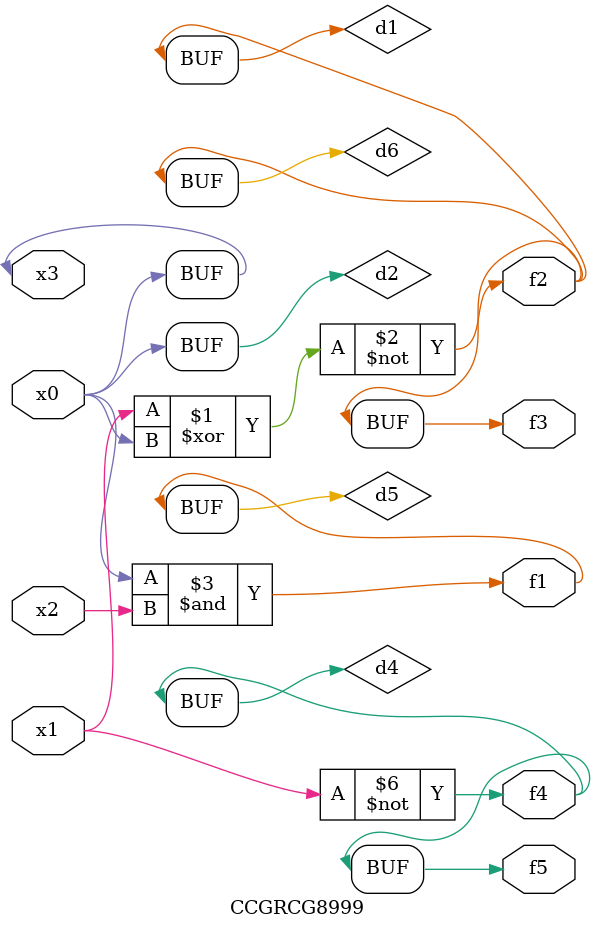
<source format=v>
module CCGRCG8999(
	input x0, x1, x2, x3,
	output f1, f2, f3, f4, f5
);

	wire d1, d2, d3, d4, d5, d6;

	xnor (d1, x1, x3);
	buf (d2, x0, x3);
	nand (d3, x0, x2);
	not (d4, x1);
	nand (d5, d3);
	or (d6, d1);
	assign f1 = d5;
	assign f2 = d6;
	assign f3 = d6;
	assign f4 = d4;
	assign f5 = d4;
endmodule

</source>
